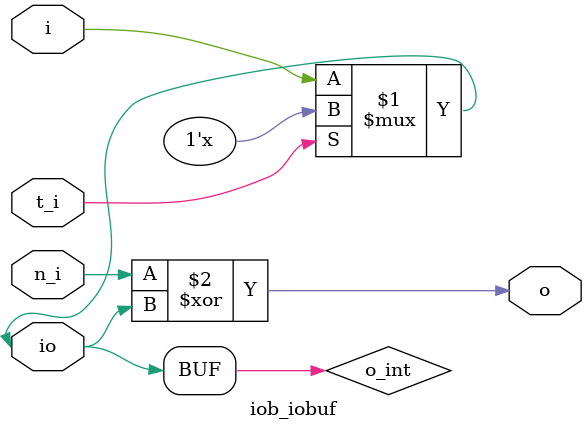
<source format=v>
/*****************************************************************************

  Description: IOB_INOUT 3-State Buffer

  Copyright (C) 2020 IObundle, Lda  All rights reserved

******************************************************************************/
`timescale 1ns / 1ps

module iob_iobuf (
    input  i,    // from core
    input  t_i,  // from core: tristate control
    input  n_i,  // from core: inversion control
    output o,    // to core
    inout  io    // to device IO
);

   wire o_int;

`ifdef XILINX
   IOBUF IOBUF_inst (
      .I (i),
      .T (t_i),
      .O (o_int),
      .IO(io)
   );
`else
   assign io    = t_i ? 1'bz : i;
   assign o_int = io;
`endif

   assign o = n_i ^ o_int;

endmodule

</source>
